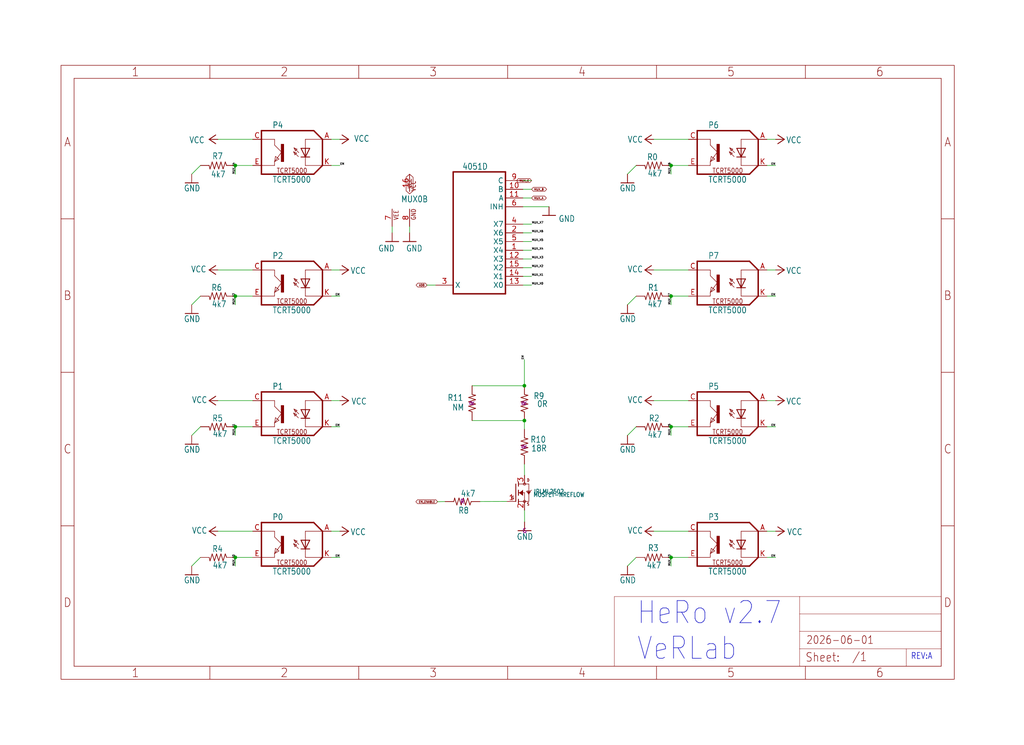
<source format=kicad_sch>
(kicad_sch (version 20250114) (generator "eeschema") (generator_version "9.0")
  (paper "User" 298.45 217.322)
  (lib_symbols
    (symbol "board-eagle-import:40xx_80_4051D"
      (property "Reference" "IC" (at -2.54 -0.635 0))
      (symbol "40xx_80_4051D_1_0"
        (polyline (pts (xy -7.62 17.78) (xy -7.62 -17.78)) (stroke (width 0.4064)))
        (polyline (pts (xy -7.62 -17.78) (xy 7.62 -17.78)) (stroke (width 0.4064)))
        (polyline (pts (xy 7.62 17.78) (xy -7.62 17.78)) (stroke (width 0.4064)))
        (polyline (pts (xy 7.62 -17.78) (xy 7.62 17.78)) (stroke (width 0.4064)))
        (pin bidirectional line (at -12.7 15.24 0) (length 5.08) (name "X0") (number "13"))
        (pin bidirectional line (at -12.7 12.7 0) (length 5.08) (name "X1") (number "14"))
        (pin bidirectional line (at -12.7 10.16 0) (length 5.08) (name "X2") (number "15"))
        (pin bidirectional line (at -12.7 7.62 0) (length 5.08) (name "X3") (number "12"))
        (pin bidirectional line (at -12.7 5.08 0) (length 5.08) (name "X4") (number "1"))
        (pin bidirectional line (at -12.7 2.54 0) (length 5.08) (name "X5") (number "5"))
        (pin bidirectional line (at -12.7 0 0) (length 5.08) (name "X6") (number "2"))
        (pin bidirectional line (at -12.7 -2.54 0) (length 5.08) (name "X7") (number "4"))
        (pin input line (at -12.7 -7.62 0) (length 5.08) (name "INH") (number "6"))
        (pin input line (at -12.7 -10.16 0) (length 5.08) (name "A") (number "11"))
        (pin input line (at -12.7 -12.7 0) (length 5.08) (name "B") (number "10"))
        (pin input line (at -12.7 -15.24 0) (length 5.08) (name "C") (number "9"))
        (pin bidirectional line (at 12.7 15.24 180) (length 5.08) (name "X") (number "3"))
      )
      (symbol "40xx_80_4051D_2_0"
        (text "VEE" (at -3.175 -5.842 900) (effects (font (size 1.27 1.0795)) (justify left bottom)))
        (text "VCC" (at 1.905 2.54 900) (effects (font (size 1.27 1.0795)) (justify left bottom)))
        (text "GND" (at 1.905 -5.842 900) (effects (font (size 1.27 1.0795)) (justify left bottom)))
        (pin power_in line (at -5.08 -7.62 90) (length 5.08) (name "VEE") (number "7"))
        (pin power_in line (at 0 7.62 270) (length 5.08) (name "VCC") (number "16"))
        (pin power_in line (at 0 -7.62 90) (length 5.08) (name "GND") (number "8"))
      )
    )
    (symbol "board-eagle-import:adafruit_420_MOSFET-NREFLOW"
      (property "Reference" "Q" (at 5.08 0.635 0))
      (symbol "adafruit_420_MOSFET-NREFLOW_1_0"
        (polyline (pts (xy 0 2.54) (xy 0 -2.54)) (stroke (width 0.254)))
        (polyline (pts (xy 0.762 3.175) (xy 0.762 2.54)) (stroke (width 0.254)))
        (polyline (pts (xy 0.762 2.54) (xy 0.762 1.905)) (stroke (width 0.254)))
        (polyline (pts (xy 0.762 2.54) (xy 3.81 2.54)) (stroke (width 0.1524)))
        (polyline (pts (xy 0.762 0.762) (xy 0.762 0)) (stroke (width 0.254)))
        (polyline (pts (xy 0.762 0) (xy 0.762 -0.762)) (stroke (width 0.254)))
        (polyline (pts (xy 0.762 0) (xy 2.54 0)) (stroke (width 0.1524)))
        (polyline (pts (xy 0.762 -1.905) (xy 0.762 -2.54)) (stroke (width 0.254)))
        (polyline (pts (xy 0.762 -2.54) (xy 0.762 -3.175)) (stroke (width 0.254)))
        (polyline (pts (xy 1.016 0) (xy 2.032 -0.762) (xy 2.032 0.762)) (stroke (width 0.1524)) (fill (type outline)))
        (circle (center 2.54 2.54) (radius 0.3592))
        (polyline (pts (xy 2.54 0) (xy 2.54 -2.54)) (stroke (width 0.1524)))
        (polyline (pts (xy 2.54 -2.54) (xy 0.762 -2.54)) (stroke (width 0.1524)))
        (polyline (pts (xy 2.54 -2.54) (xy 3.81 -2.54)) (stroke (width 0.1524)))
        (circle (center 2.54 -2.54) (radius 0.3592))
        (polyline (pts (xy 3.302 0.508) (xy 3.048 0.254)) (stroke (width 0.1524)))
        (polyline (pts (xy 3.81 2.54) (xy 3.81 0.508)) (stroke (width 0.1524)))
        (polyline (pts (xy 3.81 0.508) (xy 3.302 0.508)) (stroke (width 0.1524)))
        (polyline (pts (xy 3.81 0.508) (xy 3.81 -2.54)) (stroke (width 0.1524)))
        (polyline (pts (xy 3.81 -0.508) (xy 3.302 0.254) (xy 4.318 0.254)) (stroke (width 0.1524)) (fill (type outline)))
        (polyline (pts (xy 4.318 0.508) (xy 3.81 0.508)) (stroke (width 0.1524)))
        (polyline (pts (xy 4.572 0.762) (xy 4.318 0.508)) (stroke (width 0.1524)))
        (text "G" (at -1.27 -1.905 0) (effects (font (size 0.8128 0.6908)) (justify left bottom)))
        (text "D" (at 3.175 3.175 0) (effects (font (size 0.8128 0.6908)) (justify left bottom)))
        (text "S" (at 3.175 -3.81 0) (effects (font (size 0.8128 0.6908)) (justify left bottom)))
        (pin bidirectional line (at -2.54 -2.54 0) (length 2.54) (name "G") (number "1"))
        (pin bidirectional line (at 2.54 5.08 270) (length 2.54) (name "D") (number "3"))
        (pin bidirectional line (at 2.54 -5.08 90) (length 2.54) (name "S") (number "2"))
      )
    )
    (symbol "board-eagle-import:adafruit_420_R-US_M0805"
      (property "Reference" "R" (at -3.81 1.4986 0))
      (symbol "adafruit_420_R-US_M0805_1_0"
        (polyline (pts (xy -2.54 0) (xy -2.159 1.016)) (stroke (width 0.2032)))
        (polyline (pts (xy -2.159 1.016) (xy -1.524 -1.016)) (stroke (width 0.2032)))
        (polyline (pts (xy -1.524 -1.016) (xy -0.889 1.016)) (stroke (width 0.2032)))
        (polyline (pts (xy -0.889 1.016) (xy -0.254 -1.016)) (stroke (width 0.2032)))
        (polyline (pts (xy -0.254 -1.016) (xy 0.381 1.016)) (stroke (width 0.2032)))
        (polyline (pts (xy 0.381 1.016) (xy 1.016 -1.016)) (stroke (width 0.2032)))
        (polyline (pts (xy 1.016 -1.016) (xy 1.651 1.016)) (stroke (width 0.2032)))
        (polyline (pts (xy 1.651 1.016) (xy 2.286 -1.016)) (stroke (width 0.2032)))
        (polyline (pts (xy 2.286 -1.016) (xy 2.54 0)) (stroke (width 0.2032)))
        (pin passive line (at -5.08 0 0) (length 2.54) (name "1") (number "1"))
        (pin passive line (at 5.08 0 180) (length 2.54) (name "2") (number "2"))
      )
    )
    (symbol "board-eagle-import:frames_229_A4L-LOC"
      (symbol "frames_229_A4L-LOC_1_0"
        (polyline (pts (xy 0 179.07) (xy 260.35 179.07) (xy 260.35 0) (xy 0 0) (xy 0 179.07)))
        (polyline (pts (xy 0 134.3025) (xy 3.81 134.3025)))
        (polyline (pts (xy 0 89.535) (xy 3.81 89.535)))
        (polyline (pts (xy 0 44.7675) (xy 3.81 44.7675)))
        (polyline (pts (xy 3.81 175.26) (xy 3.81 3.81)))
        (polyline (pts (xy 43.3917 179.07) (xy 43.3917 175.26)))
        (polyline (pts (xy 43.3917 3.81) (xy 43.3917 0)))
        (polyline (pts (xy 86.7833 179.07) (xy 86.7833 175.26)))
        (polyline (pts (xy 86.7833 3.81) (xy 86.7833 0)))
        (polyline (pts (xy 130.175 179.07) (xy 130.175 175.26)))
        (polyline (pts (xy 130.175 3.81) (xy 130.175 0)))
        (polyline (pts (xy 161.29 24.13) (xy 215.265 24.13)) (stroke (width 0.1016)))
        (polyline (pts (xy 161.29 3.81) (xy 161.29 24.13)) (stroke (width 0.1016)))
        (polyline (pts (xy 173.5667 179.07) (xy 173.5667 175.26)))
        (polyline (pts (xy 173.5667 3.81) (xy 173.5667 0)))
        (polyline (pts (xy 215.265 24.13) (xy 256.54 24.13)) (stroke (width 0.1016)))
        (polyline (pts (xy 215.265 19.05) (xy 215.265 24.13)) (stroke (width 0.1016)))
        (polyline (pts (xy 215.265 19.05) (xy 256.54 19.05)) (stroke (width 0.1016)))
        (polyline (pts (xy 215.265 13.97) (xy 215.265 19.05)) (stroke (width 0.1016)))
        (polyline (pts (xy 215.265 13.97) (xy 256.54 13.97)) (stroke (width 0.1016)))
        (polyline (pts (xy 215.265 8.89) (xy 215.265 13.97)) (stroke (width 0.1016)))
        (polyline (pts (xy 215.265 8.89) (xy 215.265 3.81)) (stroke (width 0.1016)))
        (polyline (pts (xy 216.9583 179.07) (xy 216.9583 175.26)))
        (polyline (pts (xy 216.9583 3.81) (xy 216.9583 0)))
        (polyline (pts (xy 246.38 8.89) (xy 215.265 8.89)) (stroke (width 0.1016)))
        (polyline (pts (xy 246.38 8.89) (xy 256.54 8.89)) (stroke (width 0.1016)))
        (polyline (pts (xy 246.38 3.81) (xy 246.38 8.89)) (stroke (width 0.1016)))
        (polyline (pts (xy 256.54 175.26) (xy 3.81 175.26)))
        (polyline (pts (xy 256.54 175.26) (xy 256.54 3.81)))
        (polyline (pts (xy 256.54 134.3025) (xy 260.35 134.3025)))
        (polyline (pts (xy 256.54 89.535) (xy 260.35 89.535)))
        (polyline (pts (xy 256.54 44.7675) (xy 260.35 44.7675)))
        (polyline (pts (xy 256.54 19.05) (xy 256.54 24.13)) (stroke (width 0.1016)))
        (polyline (pts (xy 256.54 13.97) (xy 256.54 19.05)) (stroke (width 0.1016)))
        (polyline (pts (xy 256.54 8.89) (xy 256.54 13.97)) (stroke (width 0.1016)))
        (polyline (pts (xy 256.54 3.81) (xy 3.81 3.81)))
        (polyline (pts (xy 256.54 3.81) (xy 256.54 8.89)) (stroke (width 0.1016)))
        (text "A" (at 1.905 156.6863 0) (effects (font (size 2.54 2.286))))
        (text "B" (at 1.905 111.9188 0) (effects (font (size 2.54 2.286))))
        (text "C" (at 1.905 67.1513 0) (effects (font (size 2.54 2.286))))
        (text "D" (at 1.905 22.3838 0) (effects (font (size 2.54 2.286))))
        (text "1" (at 21.6958 177.165 0) (effects (font (size 2.54 2.286))))
        (text "1" (at 21.6958 1.905 0) (effects (font (size 2.54 2.286))))
        (text "2" (at 65.0875 177.165 0) (effects (font (size 2.54 2.286))))
        (text "2" (at 65.0875 1.905 0) (effects (font (size 2.54 2.286))))
        (text "3" (at 108.4792 177.165 0) (effects (font (size 2.54 2.286))))
        (text "3" (at 108.4792 1.905 0) (effects (font (size 2.54 2.286))))
        (text "4" (at 151.8708 177.165 0) (effects (font (size 2.54 2.286))))
        (text "4" (at 151.8708 1.905 0) (effects (font (size 2.54 2.286))))
        (text "5" (at 195.2625 177.165 0) (effects (font (size 2.54 2.286))))
        (text "5" (at 195.2625 1.905 0) (effects (font (size 2.54 2.286))))
        (text "Sheet:" (at 216.916 4.953 0) (effects (font (size 2.54 2.159)) (justify left bottom)))
        (text "${PROJECTNAME}" (at 217.17 15.24 0) (effects (font (size 2.54 2.159)) (justify left bottom)))
        (text "${CURRENT_DATE}" (at 217.17 10.16 0) (effects (font (size 2.286 1.9431)) (justify left bottom)))
        (text "${#}/${##}" (at 230.505 5.08 0) (effects (font (size 2.54 2.159)) (justify left bottom)))
        (text "6" (at 238.6542 177.165 0) (effects (font (size 2.54 2.286))))
        (text "6" (at 238.6542 1.905 0) (effects (font (size 2.54 2.286))))
        (text "A" (at 258.445 156.6863 0) (effects (font (size 2.54 2.286))))
        (text "B" (at 258.445 111.9188 0) (effects (font (size 2.54 2.286))))
        (text "C" (at 258.445 67.1513 0) (effects (font (size 2.54 2.286))))
        (text "D" (at 258.445 22.3838 0) (effects (font (size 2.54 2.286))))
      )
    )
    (symbol "board-eagle-import:resistor_348_R-US_R0805"
      (property "Reference" "R" (at -3.81 1.4986 0))
      (symbol "resistor_348_R-US_R0805_1_0"
        (polyline (pts (xy -2.54 0) (xy -2.159 1.016)) (stroke (width 0.2032)))
        (polyline (pts (xy -2.159 1.016) (xy -1.524 -1.016)) (stroke (width 0.2032)))
        (polyline (pts (xy -1.524 -1.016) (xy -0.889 1.016)) (stroke (width 0.2032)))
        (polyline (pts (xy -0.889 1.016) (xy -0.254 -1.016)) (stroke (width 0.2032)))
        (polyline (pts (xy -0.254 -1.016) (xy 0.381 1.016)) (stroke (width 0.2032)))
        (polyline (pts (xy 0.381 1.016) (xy 1.016 -1.016)) (stroke (width 0.2032)))
        (polyline (pts (xy 1.016 -1.016) (xy 1.651 1.016)) (stroke (width 0.2032)))
        (polyline (pts (xy 1.651 1.016) (xy 2.286 -1.016)) (stroke (width 0.2032)))
        (polyline (pts (xy 2.286 -1.016) (xy 2.54 0)) (stroke (width 0.2032)))
        (pin passive line (at -5.08 0 0) (length 2.54) (name "1") (number "1"))
        (pin passive line (at 5.08 0 180) (length 2.54) (name "2") (number "2"))
      )
    )
    (symbol "board-eagle-import:supply1_371_GND" (power)
      (symbol "supply1_371_GND_1_0"
        (polyline (pts (xy -1.905 0) (xy 1.905 0)) (stroke (width 0.254)))
        (pin power_in line (at 0 2.54 270) (length 2.54) (name "GND") (number "1"))
      )
    )
    (symbol "board-eagle-import:supply1_371_VCC" (power)
      (symbol "supply1_371_VCC_1_0"
        (polyline (pts (xy 0 0) (xy -1.27 -1.905)) (stroke (width 0.254)))
        (polyline (pts (xy 1.27 -1.905) (xy 0 0)) (stroke (width 0.254)))
        (pin power_in line (at 0 -2.54 90) (length 2.54) (name "VCC") (number "1"))
      )
    )
    (symbol "board-eagle-import:tcrt5000_TCRT5000"
      (property "Reference" "OS" (at -4.445 5.715 0))
      (symbol "tcrt5000_TCRT5000_1_0"
        (polyline (pts (xy -10.16 5.08) (xy 5.08 5.08)) (stroke (width 0.4064)))
        (polyline (pts (xy -10.16 2.54) (xy -10.16 5.08)) (stroke (width 0.4064)))
        (polyline (pts (xy -10.16 2.54) (xy -6.35 2.54)) (stroke (width 0.1524)))
        (polyline (pts (xy -10.16 -5.08) (xy -10.16 2.54)) (stroke (width 0.4064)))
        (polyline (pts (xy -10.16 -5.08) (xy -6.35 -5.08)) (stroke (width 0.1524)))
        (polyline (pts (xy -10.16 -7.62) (xy -10.16 -5.08)) (stroke (width 0.4064)))
        (polyline (pts (xy -6.35 -3.9878) (xy -6.35 -5.08)) (stroke (width 0.1524)))
        (polyline (pts (xy -6.3246 2.54) (xy -6.3246 0.8636)) (stroke (width 0.1524)))
        (polyline (pts (xy -6.3246 0.8636) (xy -4.2926 -1.1684)) (stroke (width 0.1524)))
        (polyline (pts (xy -6.3246 -3.9624) (xy -5.0546 -3.2004)) (stroke (width 0.1524)))
        (polyline (pts (xy -6.0706 -2.4384) (xy -6.3246 -3.9624)) (stroke (width 0.1524)))
        (polyline (pts (xy -5.0546 -3.2004) (xy -6.0706 -2.4384)) (stroke (width 0.1524)))
        (rectangle (start -4.4196 -3.9624) (end -3.6576 1.1176) (fill (type outline)))
        (polyline (pts (xy -4.2926 -1.1684) (xy -6.3246 -3.9624)) (stroke (width 0.1524)))
        (polyline (pts (xy -0.7874 -1.0922) (xy 0.1016 -1.4732)) (stroke (width 0.1524)))
        (polyline (pts (xy -0.6604 0.0508) (xy 0.2286 -0.3302)) (stroke (width 0.1524)))
        (polyline (pts (xy -0.4064 -1.9812) (xy -0.7874 -1.0922)) (stroke (width 0.1524)))
        (polyline (pts (xy -0.2794 -0.8382) (xy -0.6604 0.0508)) (stroke (width 0.1524)))
        (polyline (pts (xy 0.1016 -1.4732) (xy -0.4064 -1.9812)) (stroke (width 0.1524)))
        (polyline (pts (xy 0.2286 -0.3302) (xy -0.2794 -0.8382)) (stroke (width 0.1524)))
        (polyline (pts (xy 0.6096 -2.4892) (xy -0.7874 -1.0922)) (stroke (width 0.1524)))
        (polyline (pts (xy 0.7366 -1.3462) (xy -0.6604 0.0508)) (stroke (width 0.1524)))
        (polyline (pts (xy 1.3716 -0.0762) (xy 2.6416 -0.0762)) (stroke (width 0.254)))
        (polyline (pts (xy 1.3716 -0.0762) (xy 2.6416 -2.6162)) (stroke (width 0.254)))
        (polyline (pts (xy 1.3716 -2.6162) (xy 2.6416 -2.6162)) (stroke (width 0.254)))
        (polyline (pts (xy 2.6416 2.54) (xy 2.6416 -0.0762)) (stroke (width 0.1524)))
        (polyline (pts (xy 2.6416 -0.0762) (xy 2.6416 -2.6162)) (stroke (width 0.254)))
        (polyline (pts (xy 2.6416 -0.0762) (xy 3.9116 -0.0762)) (stroke (width 0.254)))
        (polyline (pts (xy 2.6416 -2.6162) (xy 2.6416 -5.08)) (stroke (width 0.1524)))
        (polyline (pts (xy 2.6416 -2.6162) (xy 3.9116 -0.0762)) (stroke (width 0.254)))
        (polyline (pts (xy 2.6416 -2.6162) (xy 3.9116 -2.6162)) (stroke (width 0.254)))
        (polyline (pts (xy 5.08 5.08) (xy 7.62 2.54)) (stroke (width 0.4064)))
        (polyline (pts (xy 5.08 -7.62) (xy -10.16 -7.62)) (stroke (width 0.4064)))
        (polyline (pts (xy 7.62 2.54) (xy 2.6416 2.54)) (stroke (width 0.1524)))
        (polyline (pts (xy 7.62 2.54) (xy 7.62 -5.08)) (stroke (width 0.4064)))
        (polyline (pts (xy 7.62 -5.08) (xy 2.6416 -5.08)) (stroke (width 0.1524)))
        (polyline (pts (xy 7.62 -5.08) (xy 5.08 -7.62)) (stroke (width 0.4064)))
        (text "TCRT5000" (at -1.27 -6.604 0) (effects (font (size 1.4224 1.209))))
        (pin passive line (at -12.7 2.54 0) (length 2.54) (name "COLLECTOR") (number "C"))
        (pin passive line (at -12.7 -5.08 0) (length 2.54) (name "EMITTER") (number "E"))
        (pin passive line (at 10.16 2.54 180) (length 2.54) (name "ANODE") (number "A"))
        (pin passive line (at 10.16 -5.08 180) (length 2.54) (name "CATHODE") (number "K"))
      )
    )
  )
  (text "HeRo v2.7\nVeRLab" (at 185.5 193.04 0) (effects (font (size 6.4516 5.4838)) (justify left bottom)))
  (text "REV:A" (at 265.43 192.532 0) (effects (font (size 1.778 1.5113)) (justify left bottom)))
  (junction (at 68.58 124.46))
  (junction (at 195.58 162.56))
  (junction (at 68.58 86.36))
  (junction (at 152.84 112.5))
  (junction (at 68.58 48.26))
  (junction (at 195.58 48.26))
  (junction (at 152.84 122.66))
  (junction (at 68.58 162.56))
  (junction (at 195.58 86.36))
  (junction (at 195.58 124.46))
  (wire (pts (xy 73.66 162.56) (xy 68.58 162.56)) (stroke (width 0.1524)))
  (wire (pts (xy 152.4 80.61) (xy 154.94 80.61)) (stroke (width 0.1524)))
  (wire (pts (xy 68.58 88.9) (xy 68.58 86.36)) (stroke (width 0.1524)))
  (wire (pts (xy 152.84 122.66) (xy 152.84 125.2)) (stroke (width 0.1524)))
  (wire (pts (xy 58.42 124.46) (xy 55.88 127)) (stroke (width 0.1524)))
  (wire (pts (xy 195.58 50.8) (xy 195.58 48.26)) (stroke (width 0.1524)))
  (wire (pts (xy 152.4 83.15) (xy 154.94 83.15)) (stroke (width 0.1524)))
  (wire (pts (xy 129.72 146.27) (xy 127.53 146.32)) (stroke (width 0.1524)))
  (wire (pts (xy 152.4 55.21) (xy 154.94 55.21)) (stroke (width 0.1524)))
  (wire (pts (xy 185.42 162.56) (xy 182.88 165.1)) (stroke (width 0.1524)))
  (wire (pts (xy 223.52 162.56) (xy 226.06 162.56)) (stroke (width 0.1524)))
  (wire (pts (xy 152.4 70.45) (xy 154.94 70.45)) (stroke (width 0.1524)))
  (wire (pts (xy 223.52 116.84) (xy 226.06 116.84)) (stroke (width 0.1524)))
  (wire (pts (xy 152.4 52.67) (xy 154.94 52.67)) (stroke (width 0.1524)))
  (wire (pts (xy 152.4 65.37) (xy 154.94 65.37)) (stroke (width 0.1524)))
  (wire (pts (xy 96.52 154.94) (xy 99.06 154.94)) (stroke (width 0.1524)))
  (wire (pts (xy 58.42 48.26) (xy 55.88 50.8)) (stroke (width 0.1524)))
  (wire (pts (xy 58.42 162.56) (xy 55.88 165.1)) (stroke (width 0.1524)))
  (wire (pts (xy 68.58 165.1) (xy 68.58 162.56)) (stroke (width 0.1524)))
  (wire (pts (xy 152.4 78.07) (xy 154.94 78.07)) (stroke (width 0.1524)))
  (wire (pts (xy 152.87 138.62) (xy 152.84 135.36)) (stroke (width 0.1524)))
  (wire (pts (xy 185.42 86.36) (xy 182.88 88.9)) (stroke (width 0.1524)))
  (wire (pts (xy 200.66 154.94) (xy 190.5 154.94)) (stroke (width 0.1524)))
  (wire (pts (xy 73.66 86.36) (xy 68.58 86.36)) (stroke (width 0.1524)))
  (wire (pts (xy 152.89 152.24) (xy 152.87 148.78)) (stroke (width 0.1524)))
  (wire (pts (xy 152.84 112.5) (xy 152.84 104.88)) (stroke (width 0.1524)))
  (wire (pts (xy 200.66 40.64) (xy 190.5 40.64)) (stroke (width 0.1524)))
  (wire (pts (xy 200.66 162.56) (xy 195.58 162.56)) (stroke (width 0.1524)))
  (wire (pts (xy 223.52 78.74) (xy 226.06 78.74)) (stroke (width 0.1524)))
  (wire (pts (xy 195.58 124.46) (xy 195.58 127)) (stroke (width 0.1524)))
  (wire (pts (xy 200.66 48.26) (xy 195.58 48.26)) (stroke (width 0.1524)))
  (wire (pts (xy 73.66 40.64) (xy 63.5 40.64)) (stroke (width 0.1524)))
  (wire (pts (xy 223.52 154.94) (xy 226.06 154.94)) (stroke (width 0.1524)))
  (wire (pts (xy 223.52 86.36) (xy 226.06 86.36)) (stroke (width 0.1524)))
  (wire (pts (xy 185.42 124.46) (xy 182.88 127)) (stroke (width 0.1524)))
  (wire (pts (xy 96.52 162.56) (xy 99.06 162.56)) (stroke (width 0.1524)))
  (wire (pts (xy 73.66 116.84) (xy 63.5 116.84)) (stroke (width 0.1524)))
  (wire (pts (xy 96.52 48.26) (xy 99.06 48.26)) (stroke (width 0.1524)))
  (wire (pts (xy 185.42 48.26) (xy 182.88 50.8)) (stroke (width 0.1524)))
  (wire (pts (xy 73.66 154.94) (xy 63.5 154.94)) (stroke (width 0.1524)))
  (wire (pts (xy 137.6 112.5) (xy 152.84 112.5)) (stroke (width 0.1524)))
  (wire (pts (xy 99.06 40.64) (xy 96.52 40.64)) (stroke (width 0.1524)))
  (wire (pts (xy 68.58 50.8) (xy 68.58 48.26)) (stroke (width 0.1524)))
  (wire (pts (xy 139.88 146.27) (xy 147.79 146.24)) (stroke (width 0.1524)))
  (wire (pts (xy 223.52 124.46) (xy 226.06 124.46)) (stroke (width 0.1524)))
  (wire (pts (xy 114.3 67.91) (xy 114.3 66.04)) (stroke (width 0.1524)))
  (wire (pts (xy 195.58 165.1) (xy 195.58 162.56)) (stroke (width 0.1524)))
  (wire (pts (xy 200.66 124.46) (xy 195.58 124.46)) (stroke (width 0.1524)))
  (wire (pts (xy 152.4 60.29) (xy 160.02 60.29)) (stroke (width 0.1524)))
  (wire (pts (xy 96.52 86.36) (xy 99.06 86.36)) (stroke (width 0.1524)))
  (wire (pts (xy 73.66 78.74) (xy 63.5 78.74)) (stroke (width 0.1524)))
  (wire (pts (xy 127 83.15) (xy 124.46 83.15)) (stroke (width 0.1524)))
  (wire (pts (xy 73.66 48.26) (xy 68.58 48.26)) (stroke (width 0.1524)))
  (wire (pts (xy 200.66 86.36) (xy 195.58 86.36)) (stroke (width 0.1524)))
  (wire (pts (xy 195.58 88.9) (xy 195.58 86.36)) (stroke (width 0.1524)))
  (wire (pts (xy 96.52 124.46) (xy 99.06 124.46)) (stroke (width 0.1524)))
  (wire (pts (xy 119.38 67.91) (xy 119.38 66.04)) (stroke (width 0.1524)))
  (wire (pts (xy 152.4 72.99) (xy 154.94 72.99)) (stroke (width 0.1524)))
  (wire (pts (xy 96.52 78.74) (xy 99.06 78.74)) (stroke (width 0.1524)))
  (wire (pts (xy 73.66 124.46) (xy 68.58 124.46)) (stroke (width 0.1524)))
  (wire (pts (xy 152.4 67.91) (xy 154.94 67.91)) (stroke (width 0.1524)))
  (wire (pts (xy 200.66 78.74) (xy 190.5 78.74)) (stroke (width 0.1524)))
  (wire (pts (xy 152.4 75.53) (xy 154.94 75.53)) (stroke (width 0.1524)))
  (wire (pts (xy 226.06 40.64) (xy 223.52 40.64)) (stroke (width 0.1524)))
  (wire (pts (xy 68.58 127) (xy 68.58 124.46)) (stroke (width 0.1524)))
  (wire (pts (xy 152.84 122.66) (xy 137.6 122.66)) (stroke (width 0.1524)))
  (wire (pts (xy 58.42 86.36) (xy 55.88 88.9)) (stroke (width 0.1524)))
  (wire (pts (xy 96.52 116.84) (xy 99.06 116.84)) (stroke (width 0.1524)))
  (wire (pts (xy 200.66 116.84) (xy 190.5 116.84)) (stroke (width 0.1524)))
  (wire (pts (xy 152.4 57.75) (xy 154.94 57.75)) (stroke (width 0.1524)))
  (wire (pts (xy 223.52 48.26) (xy 226.06 48.26)) (stroke (width 0.1524)))
  (label "MUX_X0" (at 154.94 83.15 0) (effects (font (size 0.569 0.569))))
  (label "MUX_X6" (at 195.58 50.8 90) (effects (font (size 0.569 0.569))))
  (label "EM" (at 99.06 86.36 180) (effects (font (size 0.569 0.569))))
  (label "MUX_X2" (at 68.58 88.9 90) (effects (font (size 0.569 0.569))))
  (label "EM" (at 226.06 86.36 180) (effects (font (size 0.569 0.569))))
  (label "EM" (at 99.06 48.26 0) (effects (font (size 0.569 0.569))))
  (label "MUX_X2" (at 154.94 78.07 0) (effects (font (size 0.569 0.569))))
  (label "MUX_X7" (at 154.94 65.37 0) (effects (font (size 0.569 0.569))))
  (label "MUX_X1" (at 154.94 80.61 0) (effects (font (size 0.569 0.569))))
  (label "MUX_X5" (at 195.58 127 90) (effects (font (size 0.569 0.569))))
  (label "MUX_X3" (at 154.94 75.53 0) (effects (font (size 0.569 0.569))))
  (label "MUX_X4" (at 68.58 50.8 90) (effects (font (size 0.569 0.569))))
  (label "MUX_X3" (at 195.58 165.1 90) (effects (font (size 0.569 0.569))))
  (label "EM" (at 152.84 104.88 90) (effects (font (size 0.569 0.569))))
  (label "EM" (at 99.06 162.56 180) (effects (font (size 0.569 0.569))))
  (label "EM" (at 226.06 124.46 180) (effects (font (size 0.569 0.569))))
  (label "MUX_X5" (at 154.94 70.45 0) (effects (font (size 0.569 0.569))))
  (label "EM" (at 226.06 162.56 180) (effects (font (size 0.569 0.569))))
  (label "EM" (at 226.06 48.26 180) (effects (font (size 0.569 0.569))))
  (label "MUX_X4" (at 154.94 72.99 0) (effects (font (size 0.569 0.569))))
  (label "MUX_X0" (at 68.58 165.1 90) (effects (font (size 0.569 0.569))))
  (label "MUX_X1" (at 68.58 127 90) (effects (font (size 0.569 0.569))))
  (label "EM" (at 99.06 124.46 180) (effects (font (size 0.569 0.569))))
  (label "MUX_X6" (at 154.94 67.91 0) (effects (font (size 0.569 0.569))))
  (label "MUX_X7" (at 195.58 88.9 90) (effects (font (size 0.569 0.569))))
  (global_label "MUX_A" (shape bidirectional) (at 154.94 57.75 0) (effects (font (size 0.569 0.569))) (property "Intersheetrefs" "${INTERSHEET_REFS}" (effects (hide yes))))
  (global_label "MUX_C" (shape bidirectional) (at 154.94 52.67 180) (effects (font (size 0.569 0.569))) (property "Intersheetrefs" "${INTERSHEET_REFS}" (effects (hide yes))))
  (global_label "EM_ENABLE" (shape bidirectional) (at 127.53 146.32 180) (effects (font (size 0.569 0.569))) (property "Intersheetrefs" "${INTERSHEET_REFS}" (effects (hide yes))))
  (global_label "MUX_B" (shape bidirectional) (at 154.94 55.21 0) (effects (font (size 0.569 0.569))) (property "Intersheetrefs" "${INTERSHEET_REFS}" (effects (hide yes))))
  (global_label "VCC" (shape bidirectional) (at 119.38 50.8 270) (effects (font (size 1.016 1.016))) (property "Intersheetrefs" "${INTERSHEET_REFS}" (effects (hide yes))))
  (global_label "AD0" (shape bidirectional) (at 124.46 83.15 180) (effects (font (size 0.569 0.569))) (property "Intersheetrefs" "${INTERSHEET_REFS}" (effects (hide yes))))
  (symbol (lib_id "board-eagle-import:supply1_371_GND") (at 152.89 154.78 0) (unit 1)
    (property "Reference" "#GND11" (effects (hide yes)))
    (property "Value" "GND" (at 155.43 155.542 0) (effects (font (size 1.778 1.5113)) (justify right top)))
    (property "SPICEPREFIX" "G" (at 152.89 154.78 0))
  )
  (symbol (lib_id "board-eagle-import:adafruit_420_R-US_M0805") (at 63.5 162.56 0) (mirror y) (unit 1)
    (property "Reference" "R4" (at 65.024 161.0614 0) (effects (font (size 1.778 1.5113)) (justify left bottom)))
    (property "Value" "4k7" (at 66.294 165.862 0) (effects (font (size 1.778 1.5113)) (justify left bottom)))
    (property "Footprint" "board:M0805" (effects (hide yes)))
  )
  (symbol (lib_id "board-eagle-import:resistor_348_R-US_R0805") (at 152.84 117.58 90) (unit 1)
    (property "Reference" "R9" (at 158.682 114.5066 90) (effects (font (size 1.778 1.5113)) (justify left bottom)))
    (property "Value" "0R" (at 159.698 116.818 90) (effects (font (size 1.778 1.5113)) (justify left bottom)))
    (property "Footprint" "board:R0805" (effects (hide yes)))
    (property "SPICEPREFIX" "R" (at 152.84 117.58 0))
  )
  (symbol (lib_id "board-eagle-import:supply1_371_GND") (at 114.3 70.45 0) (unit 1)
    (property "Reference" "#GND29" (effects (hide yes)))
    (property "Value" "GND" (at 115.062 71.466 0) (effects (font (size 1.778 1.5113)) (justify right top)))
  )
  (symbol (lib_id "board-eagle-import:supply1_371_VCC") (at 228.6 116.84 270) (mirror x) (unit 1)
    (property "Reference" "#P+33" (effects (hide yes)))
    (property "Value" "VCC" (at 229.108 116.078 90) (effects (font (size 1.778 1.5113)) (justify left bottom)))
  )
  (symbol (lib_id "board-eagle-import:40xx_80_4051D") (at 119.38 58.42 0) (unit 2)
    (property "Reference" "MUX0" (at 116.84 59.055 0) (effects (font (size 1.778 1.5113)) (justify left bottom)))
    (property "Value" "4051D" (effects (hide yes)))
    (property "Footprint" "board:SO16" (effects (hide yes)))
  )
  (symbol (lib_id "board-eagle-import:supply1_371_GND") (at 55.88 91.44 0) (mirror y) (unit 1)
    (property "Reference" "#GND20" (effects (hide yes)))
    (property "Value" "GND" (at 58.42 93.98 0) (effects (font (size 1.778 1.5113)) (justify left bottom)))
  )
  (symbol (lib_id "board-eagle-import:resistor_348_R-US_R0805") (at 137.6 117.58 90) (unit 1)
    (property "Reference" "R11" (at 135.06 115.0146 90) (effects (font (size 1.778 1.5113)) (justify left bottom)))
    (property "Value" "NM" (at 135.314 117.834 90) (effects (font (size 1.778 1.5113)) (justify left bottom)))
    (property "Footprint" "board:R0805" (effects (hide yes)))
    (property "Description" "RESISTOR, American symbol" (effects (hide yes)))
    (property "SPICEPREFIX" "R" (at 137.6 117.58 0))
  )
  (symbol (lib_id "board-eagle-import:supply1_371_GND") (at 119.38 70.45 0) (unit 1)
    (property "Reference" "#GND28" (effects (hide yes)))
    (property "Value" "GND" (at 123.19 71.466 0) (effects (font (size 1.778 1.5113)) (justify right top)))
  )
  (symbol (lib_id "board-eagle-import:frames_229_A4L-LOC") (at 17.78 198.12 0) (unit 1)
    (property "Reference" "#FRAME1" (effects (hide yes)))
    (property "Value" "A4L-LOC" (effects (hide yes)))
    (property "TITLE" "Proximity Sensors" (effects (hide yes)))
  )
  (symbol (lib_id "board-eagle-import:tcrt5000_TCRT5000") (at 213.36 81.28 0) (unit 1)
    (property "Reference" "P7" (at 206.375 75.565 0) (effects (font (size 1.778 1.5113)) (justify left bottom)))
    (property "Value" "TCRT5000" (at 206.375 91.44 0) (effects (font (size 1.778 1.5113)) (justify left bottom)))
    (property "Footprint" "board:TCRT5000" (effects (hide yes)))
  )
  (symbol (lib_id "board-eagle-import:adafruit_420_R-US_M0805") (at 190.5 124.46 0) (mirror y) (unit 1)
    (property "Reference" "R2" (at 192.278 122.9614 0) (effects (font (size 1.778 1.5113)) (justify left bottom)))
    (property "Value" "4k7" (at 193.04 127.762 0) (effects (font (size 1.778 1.5113)) (justify left bottom)))
    (property "Footprint" "board:M0805" (effects (hide yes)))
  )
  (symbol (lib_id "board-eagle-import:adafruit_420_R-US_M0805") (at 190.5 48.26 0) (mirror y) (unit 1)
    (property "Reference" "R0" (at 191.77 46.7614 0) (effects (font (size 1.778 1.5113)) (justify left bottom)))
    (property "Value" "4k7" (at 193.04 51.562 0) (effects (font (size 1.778 1.5113)) (justify left bottom)))
    (property "Footprint" "board:M0805" (effects (hide yes)))
  )
  (symbol (lib_id "board-eagle-import:resistor_348_R-US_R0805") (at 152.84 130.28 90) (unit 1)
    (property "Reference" "R10" (at 159.19 127.2066 90) (effects (font (size 1.778 1.5113)) (justify left bottom)))
    (property "Value" "18R" (at 159.444 129.772 90) (effects (font (size 1.778 1.5113)) (justify left bottom)))
    (property "Footprint" "board:R0805" (effects (hide yes)))
    (property "SPICEPREFIX" "R" (at 152.84 130.28 0))
  )
  (symbol (lib_id "board-eagle-import:supply1_371_VCC") (at 187.96 40.64 90) (mirror x) (unit 1)
    (property "Reference" "#P+27" (effects (hide yes)))
    (property "Value" "VCC" (at 187.452 41.656 90) (effects (font (size 1.778 1.5113)) (justify left bottom)))
  )
  (symbol (lib_id "board-eagle-import:supply1_371_VCC") (at 60.96 154.94 90) (mirror x) (unit 1)
    (property "Reference" "#P+31" (effects (hide yes)))
    (property "Value" "VCC" (at 60.452 155.702 90) (effects (font (size 1.778 1.5113)) (justify left bottom)))
  )
  (symbol (lib_id "board-eagle-import:supply1_371_VCC") (at 187.96 116.84 90) (mirror x) (unit 1)
    (property "Reference" "#P+29" (effects (hide yes)))
    (property "Value" "VCC" (at 187.452 117.602 90) (effects (font (size 1.778 1.5113)) (justify left bottom)))
  )
  (symbol (lib_id "board-eagle-import:tcrt5000_TCRT5000") (at 213.36 43.18 0) (unit 1)
    (property "Reference" "P6" (at 206.375 37.465 0) (effects (font (size 1.778 1.5113)) (justify left bottom)))
    (property "Value" "TCRT5000" (at 206.375 53.34 0) (effects (font (size 1.778 1.5113)) (justify left bottom)))
    (property "Footprint" "board:TCRT5000" (effects (hide yes)))
  )
  (symbol (lib_id "board-eagle-import:supply1_371_VCC") (at 60.96 116.84 90) (mirror x) (unit 1)
    (property "Reference" "#P+26" (effects (hide yes)))
    (property "Value" "VCC" (at 60.452 117.602 90) (effects (font (size 1.778 1.5113)) (justify left bottom)))
  )
  (symbol (lib_id "board-eagle-import:tcrt5000_TCRT5000") (at 213.36 119.38 0) (unit 1)
    (property "Reference" "P5" (at 206.375 113.665 0) (effects (font (size 1.778 1.5113)) (justify left bottom)))
    (property "Value" "TCRT5000" (at 206.375 129.54 0) (effects (font (size 1.778 1.5113)) (justify left bottom)))
    (property "Footprint" "board:TCRT5000" (effects (hide yes)))
  )
  (symbol (lib_id "board-eagle-import:supply1_371_GND") (at 55.88 129.54 0) (mirror y) (unit 1)
    (property "Reference" "#GND21" (effects (hide yes)))
    (property "Value" "GND" (at 58.42 132.08 0) (effects (font (size 1.778 1.5113)) (justify left bottom)))
  )
  (symbol (lib_id "board-eagle-import:adafruit_420_R-US_M0805") (at 63.5 86.36 0) (mirror y) (unit 1)
    (property "Reference" "R6" (at 64.77 84.8614 0) (effects (font (size 1.778 1.5113)) (justify left bottom)))
    (property "Value" "4k7" (at 66.04 89.662 0) (effects (font (size 1.778 1.5113)) (justify left bottom)))
    (property "Footprint" "board:M0805" (effects (hide yes)))
  )
  (symbol (lib_id "board-eagle-import:supply1_371_VCC") (at 60.96 78.74 90) (mirror x) (unit 1)
    (property "Reference" "#P+25" (effects (hide yes)))
    (property "Value" "VCC" (at 60.198 79.502 90) (effects (font (size 1.778 1.5113)) (justify left bottom)))
  )
  (symbol (lib_id "board-eagle-import:resistor_348_R-US_R0805") (at 134.8 146.27 180) (unit 1)
    (property "Reference" "R8" (at 133.53 149.8514 0) (effects (font (size 1.778 1.5113)) (justify right top)))
    (property "Value" "4k7" (at 138.61 142.968 0) (effects (font (size 1.778 1.5113)) (justify left bottom)))
    (property "Footprint" "board:R0805" (effects (hide yes)))
    (property "SPICEPREFIX" "R" (at 134.8 146.27 0))
  )
  (symbol (lib_id "board-eagle-import:supply1_371_VCC") (at 228.6 154.94 270) (mirror x) (unit 1)
    (property "Reference" "#P+32" (effects (hide yes)))
    (property "Value" "VCC" (at 229.362 154.178 90) (effects (font (size 1.778 1.5113)) (justify left bottom)))
  )
  (symbol (lib_id "board-eagle-import:supply1_371_VCC") (at 101.6 40.64 270) (unit 1)
    (property "Reference" "#P+2" (effects (hide yes)))
    (property "Value" "VCC" (at 103.124 41.402 90) (effects (font (size 1.778 1.5113)) (justify left bottom)))
  )
  (symbol (lib_id "board-eagle-import:supply1_371_VCC") (at 60.96 40.64 90) (unit 1)
    (property "Reference" "#P+14" (effects (hide yes)))
    (property "Value" "VCC" (at 59.69 39.878 90) (effects (font (size 1.778 1.5113)) (justify left bottom)))
  )
  (symbol (lib_id "board-eagle-import:supply1_371_GND") (at 182.88 167.64 0) (mirror y) (unit 1)
    (property "Reference" "#GND23" (effects (hide yes)))
    (property "Value" "GND" (at 185.42 170.18 0) (effects (font (size 1.778 1.5113)) (justify left bottom)))
  )
  (symbol (lib_id "board-eagle-import:adafruit_420_R-US_M0805") (at 63.5 124.46 0) (mirror y) (unit 1)
    (property "Reference" "R5" (at 65.024 122.9614 0) (effects (font (size 1.778 1.5113)) (justify left bottom)))
    (property "Value" "4k7" (at 66.294 127.508 0) (effects (font (size 1.778 1.5113)) (justify left bottom)))
    (property "Footprint" "board:M0805" (effects (hide yes)))
  )
  (symbol (lib_id "board-eagle-import:supply1_371_VCC") (at 228.6 78.74 270) (mirror x) (unit 1)
    (property "Reference" "#P+34" (effects (hide yes)))
    (property "Value" "VCC" (at 229.108 77.978 90) (effects (font (size 1.778 1.5113)) (justify left bottom)))
  )
  (symbol (lib_id "board-eagle-import:supply1_371_GND") (at 55.88 53.34 0) (mirror y) (unit 1)
    (property "Reference" "#GND19" (effects (hide yes)))
    (property "Value" "GND" (at 58.42 55.88 0) (effects (font (size 1.778 1.5113)) (justify left bottom)))
  )
  (symbol (lib_id "board-eagle-import:tcrt5000_TCRT5000") (at 86.36 43.18 0) (unit 1)
    (property "Reference" "P4" (at 79.375 37.465 0) (effects (font (size 1.778 1.5113)) (justify left bottom)))
    (property "Value" "TCRT5000" (at 79.375 53.34 0) (effects (font (size 1.778 1.5113)) (justify left bottom)))
    (property "Footprint" "board:TCRT5000" (effects (hide yes)))
  )
  (symbol (lib_id "board-eagle-import:40xx_80_4051D") (at 139.7 67.91 180) (unit 1)
    (property "Reference" "MUX0" (effects (hide yes)))
    (property "Value" "4051D" (at 142.24 47.59 0) (effects (font (size 1.778 1.5113)) (justify left bottom)))
    (property "Footprint" "board:SO16" (effects (hide yes)))
  )
  (symbol (lib_id "board-eagle-import:supply1_371_GND") (at 55.88 167.64 0) (mirror y) (unit 1)
    (property "Reference" "#GND22" (effects (hide yes)))
    (property "Value" "GND" (at 58.42 170.18 0) (effects (font (size 1.778 1.5113)) (justify left bottom)))
  )
  (symbol (lib_id "board-eagle-import:adafruit_420_MOSFET-NREFLOW") (at 150.33 143.7 0) (unit 1)
    (property "Reference" "IRLML2502" (at 155.56 144.065 0) (effects (font (size 1.27 1.0795)) (justify left bottom)))
    (property "Value" "MOSFET-NREFLOW" (at 155.41 144.97 0) (effects (font (size 1.27 1.0795)) (justify left bottom)))
    (property "Footprint" "board:SOT23" (effects (hide yes)))
  )
  (symbol (lib_id "board-eagle-import:supply1_371_VCC") (at 101.6 78.74 270) (mirror x) (unit 1)
    (property "Reference" "#P+36" (effects (hide yes)))
    (property "Value" "VCC" (at 102.108 77.978 90) (effects (font (size 1.778 1.5113)) (justify left bottom)))
  )
  (symbol (lib_id "board-eagle-import:adafruit_420_R-US_M0805") (at 63.5 48.26 0) (mirror y) (unit 1)
    (property "Reference" "R7" (at 65.024 46.5074 0) (effects (font (size 1.778 1.5113)) (justify left bottom)))
    (property "Value" "4k7" (at 65.786 51.816 0) (effects (font (size 1.778 1.5113)) (justify left bottom)))
    (property "Footprint" "board:M0805" (effects (hide yes)))
  )
  (symbol (lib_id "board-eagle-import:supply1_371_VCC") (at 187.96 78.74 90) (mirror x) (unit 1)
    (property "Reference" "#P+28" (effects (hide yes)))
    (property "Value" "VCC" (at 187.452 79.502 90) (effects (font (size 1.778 1.5113)) (justify left bottom)))
  )
  (symbol (lib_id "board-eagle-import:supply1_371_VCC") (at 228.6 40.64 270) (mirror x) (unit 1)
    (property "Reference" "#P+35" (effects (hide yes)))
    (property "Value" "VCC" (at 229.108 39.878 90) (effects (font (size 1.778 1.5113)) (justify left bottom)))
  )
  (symbol (lib_id "board-eagle-import:adafruit_420_R-US_M0805") (at 190.5 86.36 0) (mirror y) (unit 1)
    (property "Reference" "R1" (at 192.024 84.8614 0) (effects (font (size 1.778 1.5113)) (justify left bottom)))
    (property "Value" "4k7" (at 193.04 89.662 0) (effects (font (size 1.778 1.5113)) (justify left bottom)))
    (property "Footprint" "board:M0805" (effects (hide yes)))
  )
  (symbol (lib_id "board-eagle-import:tcrt5000_TCRT5000") (at 86.36 119.38 0) (unit 1)
    (property "Reference" "P1" (at 79.375 113.665 0) (effects (font (size 1.778 1.5113)) (justify left bottom)))
    (property "Value" "TCRT5000" (at 79.375 129.54 0) (effects (font (size 1.778 1.5113)) (justify left bottom)))
    (property "Footprint" "board:TCRT5000" (effects (hide yes)))
  )
  (symbol (lib_id "board-eagle-import:supply1_371_GND") (at 182.88 91.44 0) (mirror y) (unit 1)
    (property "Reference" "#GND25" (effects (hide yes)))
    (property "Value" "GND" (at 185.42 93.98 0) (effects (font (size 1.778 1.5113)) (justify left bottom)))
  )
  (symbol (lib_id "board-eagle-import:supply1_371_VCC") (at 101.6 154.94 270) (mirror x) (unit 1)
    (property "Reference" "#P+38" (effects (hide yes)))
    (property "Value" "VCC" (at 102.108 154.178 90) (effects (font (size 1.778 1.5113)) (justify left bottom)))
  )
  (symbol (lib_id "board-eagle-import:supply1_371_GND") (at 160.02 62.83 0) (unit 1)
    (property "Reference" "#GND4" (effects (hide yes)))
    (property "Value" "GND" (at 167.64 62.83 0) (effects (font (size 1.778 1.5113)) (justify right top)))
  )
  (symbol (lib_id "board-eagle-import:supply1_371_VCC") (at 187.96 154.94 90) (mirror x) (unit 1)
    (property "Reference" "#P+30" (effects (hide yes)))
    (property "Value" "VCC" (at 187.452 155.702 90) (effects (font (size 1.778 1.5113)) (justify left bottom)))
  )
  (symbol (lib_id "board-eagle-import:supply1_371_VCC") (at 101.6 116.84 270) (mirror x) (unit 1)
    (property "Reference" "#P+37" (effects (hide yes)))
    (property "Value" "VCC" (at 102.362 116.078 90) (effects (font (size 1.778 1.5113)) (justify left bottom)))
  )
  (symbol (lib_id "board-eagle-import:tcrt5000_TCRT5000") (at 86.36 81.28 0) (unit 1)
    (property "Reference" "P2" (at 79.375 75.565 0) (effects (font (size 1.778 1.5113)) (justify left bottom)))
    (property "Value" "TCRT5000" (at 79.375 91.44 0) (effects (font (size 1.778 1.5113)) (justify left bottom)))
    (property "Footprint" "board:TCRT5000" (effects (hide yes)))
  )
  (symbol (lib_id "board-eagle-import:supply1_371_GND") (at 182.88 53.34 0) (mirror y) (unit 1)
    (property "Reference" "#GND26" (effects (hide yes)))
    (property "Value" "GND" (at 185.42 55.88 0) (effects (font (size 1.778 1.5113)) (justify left bottom)))
  )
  (symbol (lib_id "board-eagle-import:adafruit_420_R-US_M0805") (at 190.5 162.56 0) (mirror y) (unit 1)
    (property "Reference" "R3" (at 192.024 160.8074 0) (effects (font (size 1.778 1.5113)) (justify left bottom)))
    (property "Value" "4k7" (at 192.786 165.862 0) (effects (font (size 1.778 1.5113)) (justify left bottom)))
    (property "Footprint" "board:M0805" (effects (hide yes)))
  )
  (symbol (lib_id "board-eagle-import:supply1_371_GND") (at 182.88 129.54 0) (mirror y) (unit 1)
    (property "Reference" "#GND24" (effects (hide yes)))
    (property "Value" "GND" (at 185.42 132.08 0) (effects (font (size 1.778 1.5113)) (justify left bottom)))
  )
  (symbol (lib_id "board-eagle-import:tcrt5000_TCRT5000") (at 213.36 157.48 0) (unit 1)
    (property "Reference" "P3" (at 206.375 151.765 0) (effects (font (size 1.778 1.5113)) (justify left bottom)))
    (property "Value" "TCRT5000" (at 206.375 167.64 0) (effects (font (size 1.778 1.5113)) (justify left bottom)))
    (property "Footprint" "board:TCRT5000" (effects (hide yes)))
  )
  (symbol (lib_id "board-eagle-import:tcrt5000_TCRT5000") (at 86.36 157.48 0) (unit 1)
    (property "Reference" "P0" (at 79.375 151.765 0) (effects (font (size 1.778 1.5113)) (justify left bottom)))
    (property "Value" "TCRT5000" (at 79.375 167.64 0) (effects (font (size 1.778 1.5113)) (justify left bottom)))
    (property "Footprint" "board:TCRT5000" (effects (hide yes)))
  )
)
</source>
